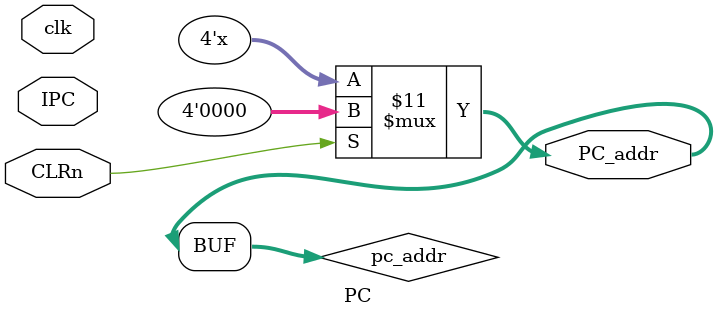
<source format=v>
`timescale 1ns / 1ps

module PC(
input clk,CLRn,IPC,
output [3:0]PC_addr
    );
//LS161 u0(.CLK(clk),.CLRn(!CLRn),.ENP(!IPC),.ENT(!IPC),.Q(PC_addr));
reg [3:0] pc_addr=0;
assign PC_addr=pc_addr;

always @(*)
begin
if(CLRn)
begin
pc_addr=0;
end
else if(IPC)
begin pc_addr=pc_addr+1;end
end    
endmodule
//74161Âß¼­µçÂ·ÃèÊö
//74161Âß¼­µçÂ·µÄÔ´³ÌÐò
//`timescale 1ns/10ps
//module LS161(
//input wire CLK,
//input wire CLRn,
//input wire LDn,
//input wire ENP,
//input wire ENT,
//input wire [3:0] D,
//output wire [3:0] Q,
//output wire RCO);
////ÏßÍøÀàÐÍËµÃ÷ºÍ¹¦ÄÜ¶¨Òå
//wire DA,DB,DC,DD;
//wire ENA;
//reg FF0,FF1,FF2,FF3;
//reg LDN=1;
//assign LDn=LDN;
//assign Q = {FF3,FF2,FF1,FF0};
//assign RCO = FF1 & FF2 & FF3 & FF0 & ENT;
//assign ENA = ENT & ENP & LDn;
//assign DA = (FF0 & LDn) ^ ((D[0] & ~LDn) | ENA);
//assign DB = (FF1 & LDn) ^ ((D[1] & ~LDn) | (ENA & FF0));
//assign DC = (FF2 & LDn) ^ ((D[2] & ~LDn) | (ENA & FF0 & FF1));
//assign DD = (FF3 & LDn) ^ ((D[3] & ~LDn) | (ENA & FF0 & FF1 & FF2));
//always @ ( posedge CLK or negedge CLRn ) begin
// if ( ~CLRn )
// {FF3,FF2,FF1,FF0} <= 4'b0000;
// else
// {FF3,FF2,FF1,FF0} <= {DD,DC,DB,DA};
// end
//endmodule

</source>
